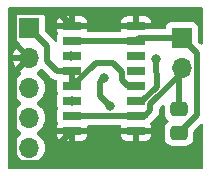
<source format=gbr>
%TF.GenerationSoftware,KiCad,Pcbnew,8.0.0-dirty*%
%TF.CreationDate,2024-03-12T22:33:29-04:00*%
%TF.ProjectId,MotorDriverVNH,4d6f746f-7244-4726-9976-6572564e482e,rev?*%
%TF.SameCoordinates,Original*%
%TF.FileFunction,Copper,L1,Top*%
%TF.FilePolarity,Positive*%
%FSLAX46Y46*%
G04 Gerber Fmt 4.6, Leading zero omitted, Abs format (unit mm)*
G04 Created by KiCad (PCBNEW 8.0.0-dirty) date 2024-03-12 22:33:29*
%MOMM*%
%LPD*%
G01*
G04 APERTURE LIST*
G04 Aperture macros list*
%AMRoundRect*
0 Rectangle with rounded corners*
0 $1 Rounding radius*
0 $2 $3 $4 $5 $6 $7 $8 $9 X,Y pos of 4 corners*
0 Add a 4 corners polygon primitive as box body*
4,1,4,$2,$3,$4,$5,$6,$7,$8,$9,$2,$3,0*
0 Add four circle primitives for the rounded corners*
1,1,$1+$1,$2,$3*
1,1,$1+$1,$4,$5*
1,1,$1+$1,$6,$7*
1,1,$1+$1,$8,$9*
0 Add four rect primitives between the rounded corners*
20,1,$1+$1,$2,$3,$4,$5,0*
20,1,$1+$1,$4,$5,$6,$7,0*
20,1,$1+$1,$6,$7,$8,$9,0*
20,1,$1+$1,$8,$9,$2,$3,0*%
G04 Aperture macros list end*
%TA.AperFunction,SMDPad,CuDef*%
%ADD10R,1.525000X0.650000*%
%TD*%
%TA.AperFunction,SMDPad,CuDef*%
%ADD11RoundRect,0.250000X0.475000X-0.337500X0.475000X0.337500X-0.475000X0.337500X-0.475000X-0.337500X0*%
%TD*%
%TA.AperFunction,ComponentPad*%
%ADD12R,1.700000X1.700000*%
%TD*%
%TA.AperFunction,ComponentPad*%
%ADD13O,1.700000X1.700000*%
%TD*%
%TA.AperFunction,ViaPad*%
%ADD14C,0.800000*%
%TD*%
%TA.AperFunction,Conductor*%
%ADD15C,0.500000*%
%TD*%
G04 APERTURE END LIST*
D10*
%TO.P,IC1,1,GND_A_1*%
%TO.N,GND*%
X75020500Y-66407000D03*
%TO.P,IC1,2,OUT_A_1*%
%TO.N,Net-(IC1-OUT_A_1)*%
X75020500Y-67677000D03*
%TO.P,IC1,3,IN_A*%
%TO.N,Net-(IC1-IN_A)*%
X75020500Y-68947000D03*
%TO.P,IC1,4,VCC_1*%
%TO.N,12v*%
X75020500Y-70217000D03*
%TO.P,IC1,5,VCC_2*%
X75020500Y-71487000D03*
%TO.P,IC1,6,IN_B*%
%TO.N,Net-(IC1-IN_B)*%
X75020500Y-72757000D03*
%TO.P,IC1,7,OUT_B_1*%
%TO.N,Net-(IC1-OUT_B_1)*%
X75020500Y-74027000D03*
%TO.P,IC1,8,GND_B_1*%
%TO.N,GND*%
X75020500Y-75297000D03*
%TO.P,IC1,9,GND_B_2*%
X80444500Y-75297000D03*
%TO.P,IC1,10,OUT_B_2*%
%TO.N,Net-(IC1-OUT_B_1)*%
X80444500Y-74027000D03*
%TO.P,IC1,11,PWM*%
%TO.N,Net-(IC1-PWM)*%
X80444500Y-72757000D03*
%TO.P,IC1,12,VCC_3*%
%TO.N,12v*%
X80444500Y-71487000D03*
%TO.P,IC1,13,CS*%
%TO.N,unconnected-(IC1-CS-Pad13)*%
X80444500Y-70217000D03*
%TO.P,IC1,14,SEL_0*%
%TO.N,unconnected-(IC1-SEL_0-Pad14)*%
X80444500Y-68947000D03*
%TO.P,IC1,15,OUT_A_2*%
%TO.N,Net-(IC1-OUT_A_1)*%
X80444500Y-67677000D03*
%TO.P,IC1,16,GND_A_2*%
%TO.N,GND*%
X80444500Y-66407000D03*
%TD*%
D11*
%TO.P,C1,1*%
%TO.N,Net-(IC1-OUT_A_1)*%
X84074000Y-75459500D03*
%TO.P,C1,2*%
%TO.N,Net-(IC1-OUT_B_1)*%
X84074000Y-73384500D03*
%TD*%
D12*
%TO.P,J1,1,Pin_1*%
%TO.N,Net-(IC1-OUT_A_1)*%
X84307500Y-67402000D03*
D13*
%TO.P,J1,2,Pin_2*%
%TO.N,Net-(IC1-OUT_B_1)*%
X84307500Y-69942000D03*
%TD*%
D12*
%TO.P,J3,1,Pin_1*%
%TO.N,12v*%
X71374000Y-66548000D03*
D13*
%TO.P,J3,2,Pin_2*%
%TO.N,GND*%
X71374000Y-69088000D03*
%TO.P,J3,3,Pin_3*%
%TO.N,Direction2*%
X71374000Y-71628000D03*
%TO.P,J3,4,Pin_4*%
%TO.N,Direction1*%
X71374000Y-74168000D03*
%TO.P,J3,5,Pin_5*%
%TO.N,PWM*%
X71374000Y-76708000D03*
%TD*%
D14*
%TO.N,PWM*%
X78232000Y-73152000D03*
X77700000Y-70830000D03*
%TO.N,Net-(IC1-IN_A)*%
X74970000Y-68900000D03*
%TO.N,Net-(IC1-PWM)*%
X82170000Y-69170000D03*
%TO.N,Net-(IC1-IN_B)*%
X75020500Y-72757000D03*
%TD*%
D15*
%TO.N,Net-(IC1-OUT_A_1)*%
X84074000Y-75459500D02*
X85607500Y-73926000D01*
X84307500Y-67402000D02*
X80719500Y-67402000D01*
X80719500Y-67402000D02*
X80444500Y-67677000D01*
X85607500Y-68702000D02*
X84307500Y-67402000D01*
X75020500Y-67677000D02*
X80444500Y-67677000D01*
X85607500Y-73926000D02*
X85607500Y-68702000D01*
%TO.N,Net-(IC1-OUT_B_1)*%
X78486000Y-74027000D02*
X81162000Y-74027000D01*
X84074000Y-70175500D02*
X84307500Y-69942000D01*
X78486000Y-74027000D02*
X80444500Y-74027000D01*
X84074000Y-73384500D02*
X84074000Y-70175500D01*
X81162000Y-74027000D02*
X81657000Y-73532000D01*
X81657000Y-73029000D02*
X84307500Y-70378500D01*
X81657000Y-73532000D02*
X81657000Y-73029000D01*
X75020500Y-74027000D02*
X78486000Y-74027000D01*
X84307500Y-70378500D02*
X84307500Y-69942000D01*
%TO.N,GND*%
X70642000Y-78008000D02*
X70074000Y-77440000D01*
X73861500Y-65248000D02*
X70134000Y-65248000D01*
X70074000Y-77440000D02*
X70074000Y-70388000D01*
X70074000Y-67788000D02*
X71374000Y-69088000D01*
X70074000Y-65308000D02*
X70074000Y-67788000D01*
X75020500Y-66407000D02*
X73861500Y-65248000D01*
X70074000Y-70388000D02*
X71374000Y-69088000D01*
X72309500Y-78008000D02*
X70642000Y-78008000D01*
X75020500Y-75297000D02*
X72309500Y-78008000D01*
X80444500Y-66407000D02*
X75020500Y-66407000D01*
X70134000Y-65248000D02*
X70074000Y-65308000D01*
X75020500Y-75297000D02*
X80444500Y-75297000D01*
%TO.N,12v*%
X75020500Y-70217000D02*
X73758000Y-70217000D01*
X72898000Y-69357000D02*
X72898000Y-68072000D01*
X79232000Y-70992000D02*
X79232000Y-70274500D01*
X72898000Y-68072000D02*
X71374000Y-66548000D01*
X80444500Y-71487000D02*
X79727000Y-71487000D01*
X79232000Y-70274500D02*
X78457500Y-69500000D01*
X75020500Y-71487000D02*
X75020500Y-70217000D01*
X79727000Y-71487000D02*
X79232000Y-70992000D01*
X77007500Y-69500000D02*
X75020500Y-71487000D01*
X73758000Y-70217000D02*
X72898000Y-69357000D01*
X78457500Y-69500000D02*
X77007500Y-69500000D01*
%TO.N,PWM*%
X78232000Y-73152000D02*
X77400000Y-72320000D01*
X77400000Y-71130000D02*
X77700000Y-70830000D01*
X77400000Y-72320000D02*
X77400000Y-71130000D01*
%TO.N,Net-(IC1-PWM)*%
X80444500Y-72757000D02*
X80939050Y-72757000D01*
X82180000Y-71516050D02*
X82170000Y-69170000D01*
X80939050Y-72757000D02*
X82180000Y-71516050D01*
X82170000Y-69170000D02*
X82180000Y-69210000D01*
%TD*%
%TA.AperFunction,Conductor*%
%TO.N,GND*%
G36*
X86049039Y-64789685D02*
G01*
X86094794Y-64842489D01*
X86106000Y-64894000D01*
X86106000Y-67839771D01*
X86086315Y-67906810D01*
X86033511Y-67952565D01*
X85964353Y-67962509D01*
X85900797Y-67933484D01*
X85894319Y-67927452D01*
X85694318Y-67727451D01*
X85660833Y-67666128D01*
X85657999Y-67639770D01*
X85657999Y-66504129D01*
X85657998Y-66504123D01*
X85657997Y-66504116D01*
X85651591Y-66444517D01*
X85601296Y-66309669D01*
X85601295Y-66309668D01*
X85601293Y-66309664D01*
X85515047Y-66194455D01*
X85515044Y-66194452D01*
X85399835Y-66108206D01*
X85399828Y-66108202D01*
X85264982Y-66057908D01*
X85264983Y-66057908D01*
X85205383Y-66051501D01*
X85205381Y-66051500D01*
X85205373Y-66051500D01*
X85205364Y-66051500D01*
X83409629Y-66051500D01*
X83409623Y-66051501D01*
X83350016Y-66057908D01*
X83215171Y-66108202D01*
X83215164Y-66108206D01*
X83099955Y-66194452D01*
X83099952Y-66194455D01*
X83013706Y-66309664D01*
X83013702Y-66309671D01*
X82963408Y-66444517D01*
X82957001Y-66504116D01*
X82957001Y-66504123D01*
X82957000Y-66504135D01*
X82957000Y-66527500D01*
X82937315Y-66594539D01*
X82884511Y-66640294D01*
X82833000Y-66651500D01*
X80645581Y-66651500D01*
X80635248Y-66653555D01*
X80629903Y-66654618D01*
X80605717Y-66657000D01*
X79182000Y-66657000D01*
X79182000Y-66779834D01*
X79183012Y-66789240D01*
X79170609Y-66858000D01*
X79123001Y-66909139D01*
X79059723Y-66926500D01*
X76405277Y-66926500D01*
X76338238Y-66906815D01*
X76292483Y-66854011D01*
X76281988Y-66789240D01*
X76282999Y-66779834D01*
X76283000Y-66779827D01*
X76283000Y-66657000D01*
X73758000Y-66657000D01*
X73758000Y-66779844D01*
X73764401Y-66839372D01*
X73764403Y-66839379D01*
X73814645Y-66974086D01*
X73818897Y-66981872D01*
X73815679Y-66983628D01*
X73833977Y-67032976D01*
X73818993Y-67101220D01*
X73817835Y-67103018D01*
X73814202Y-67109671D01*
X73763910Y-67244513D01*
X73763909Y-67244517D01*
X73757500Y-67304127D01*
X73757500Y-67304134D01*
X73757500Y-67304135D01*
X73757500Y-67598695D01*
X73737815Y-67665734D01*
X73685011Y-67711489D01*
X73615853Y-67721433D01*
X73552297Y-67692408D01*
X73530398Y-67667586D01*
X73480952Y-67593585D01*
X73480951Y-67593584D01*
X73376416Y-67489049D01*
X72760818Y-66873451D01*
X72727333Y-66812128D01*
X72724499Y-66785770D01*
X72724499Y-66157000D01*
X73758000Y-66157000D01*
X74770500Y-66157000D01*
X74770500Y-65582000D01*
X75270500Y-65582000D01*
X75270500Y-66157000D01*
X76283000Y-66157000D01*
X79182000Y-66157000D01*
X80194500Y-66157000D01*
X80194500Y-65582000D01*
X80694500Y-65582000D01*
X80694500Y-66157000D01*
X81707000Y-66157000D01*
X81707000Y-66034172D01*
X81706999Y-66034155D01*
X81700598Y-65974627D01*
X81700596Y-65974620D01*
X81650354Y-65839913D01*
X81650350Y-65839906D01*
X81564190Y-65724812D01*
X81564187Y-65724809D01*
X81449093Y-65638649D01*
X81449086Y-65638645D01*
X81314379Y-65588403D01*
X81314372Y-65588401D01*
X81254844Y-65582000D01*
X80694500Y-65582000D01*
X80194500Y-65582000D01*
X79634155Y-65582000D01*
X79574627Y-65588401D01*
X79574620Y-65588403D01*
X79439913Y-65638645D01*
X79439906Y-65638649D01*
X79324812Y-65724809D01*
X79324809Y-65724812D01*
X79238649Y-65839906D01*
X79238645Y-65839913D01*
X79188403Y-65974620D01*
X79188401Y-65974627D01*
X79182000Y-66034155D01*
X79182000Y-66157000D01*
X76283000Y-66157000D01*
X76283000Y-66034172D01*
X76282999Y-66034155D01*
X76276598Y-65974627D01*
X76276596Y-65974620D01*
X76226354Y-65839913D01*
X76226350Y-65839906D01*
X76140190Y-65724812D01*
X76140187Y-65724809D01*
X76025093Y-65638649D01*
X76025086Y-65638645D01*
X75890379Y-65588403D01*
X75890372Y-65588401D01*
X75830844Y-65582000D01*
X75270500Y-65582000D01*
X74770500Y-65582000D01*
X74210155Y-65582000D01*
X74150627Y-65588401D01*
X74150620Y-65588403D01*
X74015913Y-65638645D01*
X74015906Y-65638649D01*
X73900812Y-65724809D01*
X73900809Y-65724812D01*
X73814649Y-65839906D01*
X73814645Y-65839913D01*
X73764403Y-65974620D01*
X73764401Y-65974627D01*
X73758000Y-66034155D01*
X73758000Y-66157000D01*
X72724499Y-66157000D01*
X72724499Y-65650129D01*
X72724498Y-65650123D01*
X72724497Y-65650116D01*
X72718091Y-65590517D01*
X72714914Y-65582000D01*
X72667797Y-65455671D01*
X72667793Y-65455664D01*
X72581547Y-65340455D01*
X72581544Y-65340452D01*
X72466335Y-65254206D01*
X72466328Y-65254202D01*
X72331482Y-65203908D01*
X72331483Y-65203908D01*
X72271883Y-65197501D01*
X72271881Y-65197500D01*
X72271873Y-65197500D01*
X72271864Y-65197500D01*
X70476129Y-65197500D01*
X70476123Y-65197501D01*
X70416516Y-65203908D01*
X70281671Y-65254202D01*
X70281664Y-65254206D01*
X70166455Y-65340452D01*
X70166452Y-65340455D01*
X70080206Y-65455664D01*
X70080202Y-65455671D01*
X70029908Y-65590517D01*
X70024734Y-65638645D01*
X70023501Y-65650123D01*
X70023500Y-65650135D01*
X70023500Y-67445870D01*
X70023501Y-67445876D01*
X70029908Y-67505483D01*
X70080202Y-67640328D01*
X70080206Y-67640335D01*
X70166452Y-67755544D01*
X70166455Y-67755547D01*
X70281664Y-67841793D01*
X70281671Y-67841797D01*
X70343902Y-67865007D01*
X70413598Y-67891002D01*
X70469531Y-67932873D01*
X70493949Y-67998337D01*
X70479098Y-68066610D01*
X70457947Y-68094865D01*
X70335886Y-68216926D01*
X70200400Y-68410420D01*
X70200399Y-68410422D01*
X70100570Y-68624507D01*
X70100567Y-68624513D01*
X70043364Y-68837999D01*
X70043364Y-68838000D01*
X70940988Y-68838000D01*
X70908075Y-68895007D01*
X70874000Y-69022174D01*
X70874000Y-69153826D01*
X70908075Y-69280993D01*
X70940988Y-69338000D01*
X70043364Y-69338000D01*
X70100567Y-69551486D01*
X70100570Y-69551492D01*
X70200399Y-69765578D01*
X70335894Y-69959082D01*
X70502917Y-70126105D01*
X70688595Y-70256119D01*
X70732219Y-70310696D01*
X70739412Y-70380195D01*
X70707890Y-70442549D01*
X70688595Y-70459269D01*
X70502594Y-70589508D01*
X70335505Y-70756597D01*
X70199965Y-70950169D01*
X70199964Y-70950171D01*
X70100098Y-71164335D01*
X70100094Y-71164344D01*
X70038938Y-71392586D01*
X70038936Y-71392596D01*
X70018341Y-71627999D01*
X70018341Y-71628000D01*
X70038936Y-71863403D01*
X70038938Y-71863413D01*
X70100094Y-72091655D01*
X70100096Y-72091659D01*
X70100097Y-72091663D01*
X70192983Y-72290857D01*
X70199965Y-72305830D01*
X70199967Y-72305834D01*
X70261645Y-72393918D01*
X70321298Y-72479112D01*
X70335501Y-72499395D01*
X70335506Y-72499402D01*
X70502597Y-72666493D01*
X70502603Y-72666498D01*
X70688158Y-72796425D01*
X70731783Y-72851002D01*
X70738977Y-72920500D01*
X70707454Y-72982855D01*
X70688158Y-72999575D01*
X70502597Y-73129505D01*
X70335505Y-73296597D01*
X70199965Y-73490169D01*
X70199964Y-73490171D01*
X70100098Y-73704335D01*
X70100094Y-73704344D01*
X70038938Y-73932586D01*
X70038936Y-73932596D01*
X70018341Y-74167999D01*
X70018341Y-74168000D01*
X70038936Y-74403403D01*
X70038938Y-74403413D01*
X70100094Y-74631655D01*
X70100096Y-74631659D01*
X70100097Y-74631663D01*
X70179836Y-74802663D01*
X70199965Y-74845830D01*
X70199967Y-74845834D01*
X70335501Y-75039395D01*
X70335506Y-75039402D01*
X70502597Y-75206493D01*
X70502603Y-75206498D01*
X70688158Y-75336425D01*
X70731783Y-75391002D01*
X70738977Y-75460500D01*
X70707454Y-75522855D01*
X70688158Y-75539575D01*
X70502597Y-75669505D01*
X70335505Y-75836597D01*
X70199965Y-76030169D01*
X70199964Y-76030171D01*
X70100098Y-76244335D01*
X70100094Y-76244344D01*
X70038938Y-76472586D01*
X70038936Y-76472596D01*
X70018341Y-76707999D01*
X70018341Y-76708000D01*
X70038936Y-76943403D01*
X70038938Y-76943413D01*
X70100094Y-77171655D01*
X70100096Y-77171659D01*
X70100097Y-77171663D01*
X70199965Y-77385830D01*
X70199967Y-77385834D01*
X70308281Y-77540521D01*
X70335505Y-77579401D01*
X70502599Y-77746495D01*
X70599384Y-77814265D01*
X70696165Y-77882032D01*
X70696167Y-77882033D01*
X70696170Y-77882035D01*
X70910337Y-77981903D01*
X71138592Y-78043063D01*
X71326918Y-78059539D01*
X71373999Y-78063659D01*
X71374000Y-78063659D01*
X71374001Y-78063659D01*
X71413234Y-78060226D01*
X71609408Y-78043063D01*
X71837663Y-77981903D01*
X72051830Y-77882035D01*
X72245401Y-77746495D01*
X72412495Y-77579401D01*
X72548035Y-77385830D01*
X72647903Y-77171663D01*
X72709063Y-76943408D01*
X72729659Y-76708000D01*
X72709063Y-76472592D01*
X72647903Y-76244337D01*
X72548035Y-76030171D01*
X72491759Y-75949799D01*
X72412494Y-75836597D01*
X72245402Y-75669506D01*
X72245396Y-75669501D01*
X72070446Y-75547000D01*
X73758000Y-75547000D01*
X73758000Y-75669844D01*
X73764401Y-75729372D01*
X73764403Y-75729379D01*
X73814645Y-75864086D01*
X73814649Y-75864093D01*
X73900809Y-75979187D01*
X73900812Y-75979190D01*
X74015906Y-76065350D01*
X74015913Y-76065354D01*
X74150620Y-76115596D01*
X74150627Y-76115598D01*
X74210155Y-76121999D01*
X74210172Y-76122000D01*
X74770500Y-76122000D01*
X74770500Y-75547000D01*
X75270500Y-75547000D01*
X75270500Y-76122000D01*
X75830828Y-76122000D01*
X75830844Y-76121999D01*
X75890372Y-76115598D01*
X75890379Y-76115596D01*
X76025086Y-76065354D01*
X76025093Y-76065350D01*
X76140187Y-75979190D01*
X76140190Y-75979187D01*
X76226350Y-75864093D01*
X76226354Y-75864086D01*
X76276596Y-75729379D01*
X76276598Y-75729372D01*
X76282999Y-75669844D01*
X76283000Y-75669827D01*
X76283000Y-75547000D01*
X79182000Y-75547000D01*
X79182000Y-75669844D01*
X79188401Y-75729372D01*
X79188403Y-75729379D01*
X79238645Y-75864086D01*
X79238649Y-75864093D01*
X79324809Y-75979187D01*
X79324812Y-75979190D01*
X79439906Y-76065350D01*
X79439913Y-76065354D01*
X79574620Y-76115596D01*
X79574627Y-76115598D01*
X79634155Y-76121999D01*
X79634172Y-76122000D01*
X80194500Y-76122000D01*
X80194500Y-75547000D01*
X80694500Y-75547000D01*
X80694500Y-76122000D01*
X81254828Y-76122000D01*
X81254844Y-76121999D01*
X81314372Y-76115598D01*
X81314379Y-76115596D01*
X81449086Y-76065354D01*
X81449093Y-76065350D01*
X81564187Y-75979190D01*
X81564190Y-75979187D01*
X81650350Y-75864093D01*
X81650354Y-75864086D01*
X81700596Y-75729379D01*
X81700598Y-75729372D01*
X81706999Y-75669844D01*
X81707000Y-75669827D01*
X81707000Y-75547000D01*
X80694500Y-75547000D01*
X80194500Y-75547000D01*
X79182000Y-75547000D01*
X76283000Y-75547000D01*
X75270500Y-75547000D01*
X74770500Y-75547000D01*
X73758000Y-75547000D01*
X72070446Y-75547000D01*
X72059842Y-75539575D01*
X72016217Y-75484998D01*
X72009023Y-75415500D01*
X72040546Y-75353145D01*
X72059842Y-75336425D01*
X72140868Y-75279690D01*
X72245401Y-75206495D01*
X72412495Y-75039401D01*
X72548035Y-74845830D01*
X72647903Y-74631663D01*
X72709063Y-74403408D01*
X72729659Y-74168000D01*
X72709063Y-73932592D01*
X72647903Y-73704337D01*
X72548035Y-73490171D01*
X72526678Y-73459669D01*
X72412494Y-73296597D01*
X72245402Y-73129506D01*
X72245396Y-73129501D01*
X72059842Y-72999575D01*
X72016217Y-72944998D01*
X72009023Y-72875500D01*
X72040546Y-72813145D01*
X72059842Y-72796425D01*
X72162237Y-72724727D01*
X72245401Y-72666495D01*
X72412495Y-72499401D01*
X72548035Y-72305830D01*
X72647903Y-72091663D01*
X72709063Y-71863408D01*
X72729659Y-71628000D01*
X72709063Y-71392592D01*
X72647903Y-71164337D01*
X72548035Y-70950171D01*
X72539975Y-70938659D01*
X72412494Y-70756597D01*
X72245402Y-70589506D01*
X72245401Y-70589505D01*
X72059405Y-70459269D01*
X72015781Y-70404692D01*
X72008588Y-70335193D01*
X72040110Y-70272839D01*
X72059405Y-70256119D01*
X72245082Y-70126105D01*
X72337729Y-70033459D01*
X72399052Y-69999974D01*
X72468744Y-70004958D01*
X72513091Y-70033459D01*
X72859828Y-70380195D01*
X73175049Y-70695416D01*
X73236230Y-70756597D01*
X73279585Y-70799952D01*
X73402498Y-70882080D01*
X73402511Y-70882087D01*
X73438896Y-70897158D01*
X73438897Y-70897158D01*
X73539088Y-70938659D01*
X73653672Y-70961451D01*
X73660180Y-70962745D01*
X73722089Y-70995131D01*
X73756663Y-71055847D01*
X73759275Y-71097611D01*
X73757500Y-71114127D01*
X73757500Y-71114134D01*
X73757500Y-71114135D01*
X73757500Y-71859870D01*
X73757501Y-71859876D01*
X73763908Y-71919483D01*
X73814202Y-72054328D01*
X73818454Y-72062114D01*
X73815280Y-72063846D01*
X73833659Y-72113302D01*
X73818725Y-72181557D01*
X73818117Y-72182502D01*
X73814202Y-72189671D01*
X73770877Y-72305834D01*
X73763909Y-72324517D01*
X73757500Y-72384127D01*
X73757500Y-72384134D01*
X73757500Y-72384135D01*
X73757500Y-73129870D01*
X73757501Y-73129876D01*
X73763908Y-73189483D01*
X73814202Y-73324328D01*
X73818454Y-73332114D01*
X73815280Y-73333846D01*
X73833659Y-73383302D01*
X73818725Y-73451557D01*
X73818117Y-73452502D01*
X73814202Y-73459671D01*
X73763910Y-73594513D01*
X73763909Y-73594517D01*
X73757500Y-73654127D01*
X73757500Y-73654134D01*
X73757500Y-73654135D01*
X73757500Y-74399870D01*
X73757501Y-74399876D01*
X73763908Y-74459483D01*
X73814202Y-74594327D01*
X73818452Y-74602109D01*
X73815394Y-74603778D01*
X73833963Y-74653594D01*
X73819098Y-74721864D01*
X73818717Y-74722457D01*
X73814645Y-74729913D01*
X73764403Y-74864620D01*
X73764401Y-74864627D01*
X73758000Y-74924155D01*
X73758000Y-75047000D01*
X76283000Y-75047000D01*
X76283000Y-74924172D01*
X76282999Y-74924165D01*
X76281988Y-74914760D01*
X76294391Y-74846000D01*
X76341999Y-74794861D01*
X76405277Y-74777500D01*
X78412082Y-74777500D01*
X79059723Y-74777500D01*
X79126762Y-74797185D01*
X79172517Y-74849989D01*
X79183012Y-74914760D01*
X79182000Y-74924165D01*
X79182000Y-75047000D01*
X81707000Y-75047000D01*
X81707000Y-74924172D01*
X81706999Y-74924155D01*
X81700598Y-74864627D01*
X81700597Y-74864623D01*
X81650351Y-74729909D01*
X81648962Y-74727365D01*
X81648345Y-74724530D01*
X81647253Y-74721602D01*
X81647674Y-74721444D01*
X81634109Y-74659093D01*
X81658524Y-74593628D01*
X81670105Y-74580262D01*
X82239952Y-74010416D01*
X82291949Y-73932596D01*
X82312052Y-73902510D01*
X82312054Y-73902505D01*
X82312058Y-73902500D01*
X82322084Y-73887495D01*
X82353442Y-73811790D01*
X82378659Y-73750912D01*
X82407500Y-73605917D01*
X82407500Y-73458082D01*
X82407500Y-73391229D01*
X82427185Y-73324190D01*
X82443815Y-73303552D01*
X82636820Y-73110547D01*
X82698142Y-73077063D01*
X82767834Y-73082047D01*
X82823767Y-73123919D01*
X82848184Y-73189383D01*
X82848500Y-73198229D01*
X82848500Y-73772001D01*
X82848501Y-73772019D01*
X82859000Y-73874796D01*
X82859001Y-73874799D01*
X82914185Y-74041331D01*
X82914187Y-74041336D01*
X83006289Y-74190657D01*
X83130346Y-74314714D01*
X83133182Y-74316463D01*
X83134717Y-74318170D01*
X83136011Y-74319193D01*
X83135836Y-74319414D01*
X83179905Y-74368411D01*
X83191126Y-74437374D01*
X83163282Y-74501456D01*
X83133182Y-74527537D01*
X83130346Y-74529285D01*
X83006289Y-74653342D01*
X82914187Y-74802663D01*
X82914185Y-74802668D01*
X82893656Y-74864620D01*
X82859001Y-74969203D01*
X82859001Y-74969204D01*
X82859000Y-74969204D01*
X82848500Y-75071983D01*
X82848500Y-75847001D01*
X82848501Y-75847019D01*
X82859000Y-75949796D01*
X82859001Y-75949799D01*
X82897293Y-76065354D01*
X82914186Y-76116334D01*
X83006288Y-76265656D01*
X83130344Y-76389712D01*
X83279666Y-76481814D01*
X83446203Y-76536999D01*
X83548991Y-76547500D01*
X84599008Y-76547499D01*
X84599016Y-76547498D01*
X84599019Y-76547498D01*
X84655302Y-76541748D01*
X84701797Y-76536999D01*
X84868334Y-76481814D01*
X85017656Y-76389712D01*
X85141712Y-76265656D01*
X85233814Y-76116334D01*
X85288999Y-75949797D01*
X85299500Y-75847009D01*
X85299499Y-75346728D01*
X85319183Y-75279690D01*
X85335813Y-75259053D01*
X85894319Y-74700548D01*
X85955642Y-74667063D01*
X86025334Y-74672047D01*
X86081267Y-74713919D01*
X86105684Y-74779383D01*
X86106000Y-74788229D01*
X86106000Y-78362000D01*
X86086315Y-78429039D01*
X86033511Y-78474794D01*
X85982000Y-78486000D01*
X69720000Y-78486000D01*
X69652961Y-78466315D01*
X69607206Y-78413511D01*
X69596000Y-78362000D01*
X69596000Y-64894000D01*
X69615685Y-64826961D01*
X69668489Y-64781206D01*
X69720000Y-64770000D01*
X85982000Y-64770000D01*
X86049039Y-64789685D01*
G37*
%TD.AperFunction*%
%TD*%
M02*

</source>
